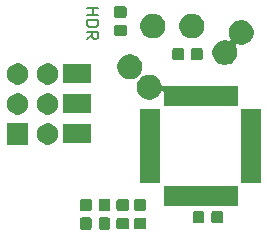
<source format=gbr>
G04 #@! TF.GenerationSoftware,KiCad,Pcbnew,(5.1.5)-3*
G04 #@! TF.CreationDate,2020-06-28T02:30:20+02:00*
G04 #@! TF.ProjectId,XenoGCFlex,58656e6f-4743-4466-9c65-782e6b696361,rev?*
G04 #@! TF.SameCoordinates,Original*
G04 #@! TF.FileFunction,Soldermask,Top*
G04 #@! TF.FilePolarity,Negative*
%FSLAX46Y46*%
G04 Gerber Fmt 4.6, Leading zero omitted, Abs format (unit mm)*
G04 Created by KiCad (PCBNEW (5.1.5)-3) date 2020-06-28 02:30:20*
%MOMM*%
%LPD*%
G04 APERTURE LIST*
%ADD10C,0.200000*%
%ADD11C,0.100000*%
G04 APERTURE END LIST*
D10*
X139644519Y-60709105D02*
X140644519Y-60709105D01*
X140168328Y-60709105D02*
X140168328Y-61280534D01*
X139644519Y-61280534D02*
X140644519Y-61280534D01*
X139644519Y-61756724D02*
X140644519Y-61756724D01*
X140644519Y-61994820D01*
X140596900Y-62137677D01*
X140501661Y-62232915D01*
X140406423Y-62280534D01*
X140215947Y-62328153D01*
X140073090Y-62328153D01*
X139882614Y-62280534D01*
X139787376Y-62232915D01*
X139692138Y-62137677D01*
X139644519Y-61994820D01*
X139644519Y-61756724D01*
X139644519Y-63328153D02*
X140120709Y-62994820D01*
X139644519Y-62756724D02*
X140644519Y-62756724D01*
X140644519Y-63137677D01*
X140596900Y-63232915D01*
X140549280Y-63280534D01*
X140454042Y-63328153D01*
X140311185Y-63328153D01*
X140215947Y-63280534D01*
X140168328Y-63232915D01*
X140120709Y-63137677D01*
X140120709Y-62756724D01*
D11*
G36*
X141502591Y-78436585D02*
G01*
X141536569Y-78446893D01*
X141567890Y-78463634D01*
X141595339Y-78486161D01*
X141617866Y-78513610D01*
X141634607Y-78544931D01*
X141644915Y-78578909D01*
X141649000Y-78620390D01*
X141649000Y-79296610D01*
X141644915Y-79338091D01*
X141634607Y-79372069D01*
X141617866Y-79403390D01*
X141595339Y-79430839D01*
X141567890Y-79453366D01*
X141536569Y-79470107D01*
X141502591Y-79480415D01*
X141461110Y-79484500D01*
X140859890Y-79484500D01*
X140818409Y-79480415D01*
X140784431Y-79470107D01*
X140753110Y-79453366D01*
X140725661Y-79430839D01*
X140703134Y-79403390D01*
X140686393Y-79372069D01*
X140676085Y-79338091D01*
X140672000Y-79296610D01*
X140672000Y-78620390D01*
X140676085Y-78578909D01*
X140686393Y-78544931D01*
X140703134Y-78513610D01*
X140725661Y-78486161D01*
X140753110Y-78463634D01*
X140784431Y-78446893D01*
X140818409Y-78436585D01*
X140859890Y-78432500D01*
X141461110Y-78432500D01*
X141502591Y-78436585D01*
G37*
G36*
X139927591Y-78436585D02*
G01*
X139961569Y-78446893D01*
X139992890Y-78463634D01*
X140020339Y-78486161D01*
X140042866Y-78513610D01*
X140059607Y-78544931D01*
X140069915Y-78578909D01*
X140074000Y-78620390D01*
X140074000Y-79296610D01*
X140069915Y-79338091D01*
X140059607Y-79372069D01*
X140042866Y-79403390D01*
X140020339Y-79430839D01*
X139992890Y-79453366D01*
X139961569Y-79470107D01*
X139927591Y-79480415D01*
X139886110Y-79484500D01*
X139284890Y-79484500D01*
X139243409Y-79480415D01*
X139209431Y-79470107D01*
X139178110Y-79453366D01*
X139150661Y-79430839D01*
X139128134Y-79403390D01*
X139111393Y-79372069D01*
X139101085Y-79338091D01*
X139097000Y-79296610D01*
X139097000Y-78620390D01*
X139101085Y-78578909D01*
X139111393Y-78544931D01*
X139128134Y-78513610D01*
X139150661Y-78486161D01*
X139178110Y-78463634D01*
X139209431Y-78446893D01*
X139243409Y-78436585D01*
X139284890Y-78432500D01*
X139886110Y-78432500D01*
X139927591Y-78436585D01*
G37*
G36*
X144565591Y-78474085D02*
G01*
X144599569Y-78484393D01*
X144630890Y-78501134D01*
X144658339Y-78523661D01*
X144680866Y-78551110D01*
X144697607Y-78582431D01*
X144707915Y-78616409D01*
X144712000Y-78657890D01*
X144712000Y-79259110D01*
X144707915Y-79300591D01*
X144697607Y-79334569D01*
X144680866Y-79365890D01*
X144658339Y-79393339D01*
X144630890Y-79415866D01*
X144599569Y-79432607D01*
X144565591Y-79442915D01*
X144524110Y-79447000D01*
X143847890Y-79447000D01*
X143806409Y-79442915D01*
X143772431Y-79432607D01*
X143741110Y-79415866D01*
X143713661Y-79393339D01*
X143691134Y-79365890D01*
X143674393Y-79334569D01*
X143664085Y-79300591D01*
X143660000Y-79259110D01*
X143660000Y-78657890D01*
X143664085Y-78616409D01*
X143674393Y-78582431D01*
X143691134Y-78551110D01*
X143713661Y-78523661D01*
X143741110Y-78501134D01*
X143772431Y-78484393D01*
X143806409Y-78474085D01*
X143847890Y-78470000D01*
X144524110Y-78470000D01*
X144565591Y-78474085D01*
G37*
G36*
X143081591Y-78474085D02*
G01*
X143115569Y-78484393D01*
X143146890Y-78501134D01*
X143174339Y-78523661D01*
X143196866Y-78551110D01*
X143213607Y-78582431D01*
X143223915Y-78616409D01*
X143228000Y-78657890D01*
X143228000Y-79259110D01*
X143223915Y-79300591D01*
X143213607Y-79334569D01*
X143196866Y-79365890D01*
X143174339Y-79393339D01*
X143146890Y-79415866D01*
X143115569Y-79432607D01*
X143081591Y-79442915D01*
X143040110Y-79447000D01*
X142363890Y-79447000D01*
X142322409Y-79442915D01*
X142288431Y-79432607D01*
X142257110Y-79415866D01*
X142229661Y-79393339D01*
X142207134Y-79365890D01*
X142190393Y-79334569D01*
X142180085Y-79300591D01*
X142176000Y-79259110D01*
X142176000Y-78657890D01*
X142180085Y-78616409D01*
X142190393Y-78582431D01*
X142207134Y-78551110D01*
X142229661Y-78523661D01*
X142257110Y-78501134D01*
X142288431Y-78484393D01*
X142322409Y-78474085D01*
X142363890Y-78470000D01*
X143040110Y-78470000D01*
X143081591Y-78474085D01*
G37*
G36*
X151040591Y-77898085D02*
G01*
X151074569Y-77908393D01*
X151105890Y-77925134D01*
X151133339Y-77947661D01*
X151155866Y-77975110D01*
X151172607Y-78006431D01*
X151182915Y-78040409D01*
X151187000Y-78081890D01*
X151187000Y-78758110D01*
X151182915Y-78799591D01*
X151172607Y-78833569D01*
X151155866Y-78864890D01*
X151133339Y-78892339D01*
X151105890Y-78914866D01*
X151074569Y-78931607D01*
X151040591Y-78941915D01*
X150999110Y-78946000D01*
X150397890Y-78946000D01*
X150356409Y-78941915D01*
X150322431Y-78931607D01*
X150291110Y-78914866D01*
X150263661Y-78892339D01*
X150241134Y-78864890D01*
X150224393Y-78833569D01*
X150214085Y-78799591D01*
X150210000Y-78758110D01*
X150210000Y-78081890D01*
X150214085Y-78040409D01*
X150224393Y-78006431D01*
X150241134Y-77975110D01*
X150263661Y-77947661D01*
X150291110Y-77925134D01*
X150322431Y-77908393D01*
X150356409Y-77898085D01*
X150397890Y-77894000D01*
X150999110Y-77894000D01*
X151040591Y-77898085D01*
G37*
G36*
X149465591Y-77898085D02*
G01*
X149499569Y-77908393D01*
X149530890Y-77925134D01*
X149558339Y-77947661D01*
X149580866Y-77975110D01*
X149597607Y-78006431D01*
X149607915Y-78040409D01*
X149612000Y-78081890D01*
X149612000Y-78758110D01*
X149607915Y-78799591D01*
X149597607Y-78833569D01*
X149580866Y-78864890D01*
X149558339Y-78892339D01*
X149530890Y-78914866D01*
X149499569Y-78931607D01*
X149465591Y-78941915D01*
X149424110Y-78946000D01*
X148822890Y-78946000D01*
X148781409Y-78941915D01*
X148747431Y-78931607D01*
X148716110Y-78914866D01*
X148688661Y-78892339D01*
X148666134Y-78864890D01*
X148649393Y-78833569D01*
X148639085Y-78799591D01*
X148635000Y-78758110D01*
X148635000Y-78081890D01*
X148639085Y-78040409D01*
X148649393Y-78006431D01*
X148666134Y-77975110D01*
X148688661Y-77947661D01*
X148716110Y-77925134D01*
X148747431Y-77908393D01*
X148781409Y-77898085D01*
X148822890Y-77894000D01*
X149424110Y-77894000D01*
X149465591Y-77898085D01*
G37*
G36*
X141502591Y-76861585D02*
G01*
X141536569Y-76871893D01*
X141567890Y-76888634D01*
X141595339Y-76911161D01*
X141617866Y-76938610D01*
X141634607Y-76969931D01*
X141644915Y-77003909D01*
X141649000Y-77045390D01*
X141649000Y-77721610D01*
X141644915Y-77763091D01*
X141634607Y-77797069D01*
X141617866Y-77828390D01*
X141595339Y-77855839D01*
X141567890Y-77878366D01*
X141536569Y-77895107D01*
X141502591Y-77905415D01*
X141461110Y-77909500D01*
X140859890Y-77909500D01*
X140818409Y-77905415D01*
X140784431Y-77895107D01*
X140753110Y-77878366D01*
X140725661Y-77855839D01*
X140703134Y-77828390D01*
X140686393Y-77797069D01*
X140676085Y-77763091D01*
X140672000Y-77721610D01*
X140672000Y-77045390D01*
X140676085Y-77003909D01*
X140686393Y-76969931D01*
X140703134Y-76938610D01*
X140725661Y-76911161D01*
X140753110Y-76888634D01*
X140784431Y-76871893D01*
X140818409Y-76861585D01*
X140859890Y-76857500D01*
X141461110Y-76857500D01*
X141502591Y-76861585D01*
G37*
G36*
X139927591Y-76861585D02*
G01*
X139961569Y-76871893D01*
X139992890Y-76888634D01*
X140020339Y-76911161D01*
X140042866Y-76938610D01*
X140059607Y-76969931D01*
X140069915Y-77003909D01*
X140074000Y-77045390D01*
X140074000Y-77721610D01*
X140069915Y-77763091D01*
X140059607Y-77797069D01*
X140042866Y-77828390D01*
X140020339Y-77855839D01*
X139992890Y-77878366D01*
X139961569Y-77895107D01*
X139927591Y-77905415D01*
X139886110Y-77909500D01*
X139284890Y-77909500D01*
X139243409Y-77905415D01*
X139209431Y-77895107D01*
X139178110Y-77878366D01*
X139150661Y-77855839D01*
X139128134Y-77828390D01*
X139111393Y-77797069D01*
X139101085Y-77763091D01*
X139097000Y-77721610D01*
X139097000Y-77045390D01*
X139101085Y-77003909D01*
X139111393Y-76969931D01*
X139128134Y-76938610D01*
X139150661Y-76911161D01*
X139178110Y-76888634D01*
X139209431Y-76871893D01*
X139243409Y-76861585D01*
X139284890Y-76857500D01*
X139886110Y-76857500D01*
X139927591Y-76861585D01*
G37*
G36*
X144565591Y-76899085D02*
G01*
X144599569Y-76909393D01*
X144630890Y-76926134D01*
X144658339Y-76948661D01*
X144680866Y-76976110D01*
X144697607Y-77007431D01*
X144707915Y-77041409D01*
X144712000Y-77082890D01*
X144712000Y-77684110D01*
X144707915Y-77725591D01*
X144697607Y-77759569D01*
X144680866Y-77790890D01*
X144658339Y-77818339D01*
X144630890Y-77840866D01*
X144599569Y-77857607D01*
X144565591Y-77867915D01*
X144524110Y-77872000D01*
X143847890Y-77872000D01*
X143806409Y-77867915D01*
X143772431Y-77857607D01*
X143741110Y-77840866D01*
X143713661Y-77818339D01*
X143691134Y-77790890D01*
X143674393Y-77759569D01*
X143664085Y-77725591D01*
X143660000Y-77684110D01*
X143660000Y-77082890D01*
X143664085Y-77041409D01*
X143674393Y-77007431D01*
X143691134Y-76976110D01*
X143713661Y-76948661D01*
X143741110Y-76926134D01*
X143772431Y-76909393D01*
X143806409Y-76899085D01*
X143847890Y-76895000D01*
X144524110Y-76895000D01*
X144565591Y-76899085D01*
G37*
G36*
X143081591Y-76899085D02*
G01*
X143115569Y-76909393D01*
X143146890Y-76926134D01*
X143174339Y-76948661D01*
X143196866Y-76976110D01*
X143213607Y-77007431D01*
X143223915Y-77041409D01*
X143228000Y-77082890D01*
X143228000Y-77684110D01*
X143223915Y-77725591D01*
X143213607Y-77759569D01*
X143196866Y-77790890D01*
X143174339Y-77818339D01*
X143146890Y-77840866D01*
X143115569Y-77857607D01*
X143081591Y-77867915D01*
X143040110Y-77872000D01*
X142363890Y-77872000D01*
X142322409Y-77867915D01*
X142288431Y-77857607D01*
X142257110Y-77840866D01*
X142229661Y-77818339D01*
X142207134Y-77790890D01*
X142190393Y-77759569D01*
X142180085Y-77725591D01*
X142176000Y-77684110D01*
X142176000Y-77082890D01*
X142180085Y-77041409D01*
X142190393Y-77007431D01*
X142207134Y-76976110D01*
X142229661Y-76948661D01*
X142257110Y-76926134D01*
X142288431Y-76909393D01*
X142322409Y-76899085D01*
X142363890Y-76895000D01*
X143040110Y-76895000D01*
X143081591Y-76899085D01*
G37*
G36*
X152427000Y-77498000D02*
G01*
X146175000Y-77498000D01*
X146175000Y-75796000D01*
X152427000Y-75796000D01*
X152427000Y-77498000D01*
G37*
G36*
X154402000Y-75523000D02*
G01*
X152700000Y-75523000D01*
X152700000Y-69271000D01*
X154402000Y-69271000D01*
X154402000Y-75523000D01*
G37*
G36*
X145902000Y-75523000D02*
G01*
X144200000Y-75523000D01*
X144200000Y-69271000D01*
X145902000Y-69271000D01*
X145902000Y-75523000D01*
G37*
G36*
X136461512Y-70473927D02*
G01*
X136610812Y-70503624D01*
X136774784Y-70571544D01*
X136922354Y-70670147D01*
X137047853Y-70795646D01*
X137146456Y-70943216D01*
X137214376Y-71107188D01*
X137249000Y-71281259D01*
X137249000Y-71458741D01*
X137214376Y-71632812D01*
X137146456Y-71796784D01*
X137047853Y-71944354D01*
X136922354Y-72069853D01*
X136774784Y-72168456D01*
X136610812Y-72236376D01*
X136461512Y-72266073D01*
X136436742Y-72271000D01*
X136259258Y-72271000D01*
X136234488Y-72266073D01*
X136085188Y-72236376D01*
X135921216Y-72168456D01*
X135773646Y-72069853D01*
X135648147Y-71944354D01*
X135549544Y-71796784D01*
X135481624Y-71632812D01*
X135447000Y-71458741D01*
X135447000Y-71281259D01*
X135481624Y-71107188D01*
X135549544Y-70943216D01*
X135648147Y-70795646D01*
X135773646Y-70670147D01*
X135921216Y-70571544D01*
X136085188Y-70503624D01*
X136234488Y-70473927D01*
X136259258Y-70469000D01*
X136436742Y-70469000D01*
X136461512Y-70473927D01*
G37*
G36*
X134709000Y-72271000D02*
G01*
X132907000Y-72271000D01*
X132907000Y-70469000D01*
X134709000Y-70469000D01*
X134709000Y-72271000D01*
G37*
G36*
X140058000Y-72171000D02*
G01*
X137656000Y-72171000D01*
X137656000Y-70569000D01*
X140058000Y-70569000D01*
X140058000Y-72171000D01*
G37*
G36*
X133921512Y-67933927D02*
G01*
X134070812Y-67963624D01*
X134234784Y-68031544D01*
X134382354Y-68130147D01*
X134507853Y-68255646D01*
X134606456Y-68403216D01*
X134674376Y-68567188D01*
X134709000Y-68741259D01*
X134709000Y-68918741D01*
X134674376Y-69092812D01*
X134606456Y-69256784D01*
X134507853Y-69404354D01*
X134382354Y-69529853D01*
X134234784Y-69628456D01*
X134070812Y-69696376D01*
X133921512Y-69726073D01*
X133896742Y-69731000D01*
X133719258Y-69731000D01*
X133694488Y-69726073D01*
X133545188Y-69696376D01*
X133381216Y-69628456D01*
X133233646Y-69529853D01*
X133108147Y-69404354D01*
X133009544Y-69256784D01*
X132941624Y-69092812D01*
X132907000Y-68918741D01*
X132907000Y-68741259D01*
X132941624Y-68567188D01*
X133009544Y-68403216D01*
X133108147Y-68255646D01*
X133233646Y-68130147D01*
X133381216Y-68031544D01*
X133545188Y-67963624D01*
X133694488Y-67933927D01*
X133719258Y-67929000D01*
X133896742Y-67929000D01*
X133921512Y-67933927D01*
G37*
G36*
X136461512Y-67933927D02*
G01*
X136610812Y-67963624D01*
X136774784Y-68031544D01*
X136922354Y-68130147D01*
X137047853Y-68255646D01*
X137146456Y-68403216D01*
X137214376Y-68567188D01*
X137249000Y-68741259D01*
X137249000Y-68918741D01*
X137214376Y-69092812D01*
X137146456Y-69256784D01*
X137047853Y-69404354D01*
X136922354Y-69529853D01*
X136774784Y-69628456D01*
X136610812Y-69696376D01*
X136461512Y-69726073D01*
X136436742Y-69731000D01*
X136259258Y-69731000D01*
X136234488Y-69726073D01*
X136085188Y-69696376D01*
X135921216Y-69628456D01*
X135773646Y-69529853D01*
X135648147Y-69404354D01*
X135549544Y-69256784D01*
X135481624Y-69092812D01*
X135447000Y-68918741D01*
X135447000Y-68741259D01*
X135481624Y-68567188D01*
X135549544Y-68403216D01*
X135648147Y-68255646D01*
X135773646Y-68130147D01*
X135921216Y-68031544D01*
X136085188Y-67963624D01*
X136234488Y-67933927D01*
X136259258Y-67929000D01*
X136436742Y-67929000D01*
X136461512Y-67933927D01*
G37*
G36*
X140058000Y-69631000D02*
G01*
X137656000Y-69631000D01*
X137656000Y-68029000D01*
X140058000Y-68029000D01*
X140058000Y-69631000D01*
G37*
G36*
X145260564Y-66395389D02*
G01*
X145451833Y-66474615D01*
X145451835Y-66474616D01*
X145623973Y-66589635D01*
X145770365Y-66736027D01*
X145856110Y-66864353D01*
X145885385Y-66908167D01*
X145964611Y-67099436D01*
X145983697Y-67195387D01*
X145990810Y-67218836D01*
X146002361Y-67240447D01*
X146017906Y-67259389D01*
X146036848Y-67274934D01*
X146058459Y-67286485D01*
X146081908Y-67293598D01*
X146106294Y-67296000D01*
X152427000Y-67296000D01*
X152427000Y-68998000D01*
X146175000Y-68998000D01*
X146175000Y-67833053D01*
X146172598Y-67808667D01*
X146165485Y-67785218D01*
X146153934Y-67763607D01*
X146138389Y-67744665D01*
X146119447Y-67729120D01*
X146097836Y-67717569D01*
X146074387Y-67710456D01*
X146050001Y-67708054D01*
X146025615Y-67710456D01*
X146002166Y-67717569D01*
X145980555Y-67729120D01*
X145961613Y-67744665D01*
X145946068Y-67763607D01*
X145934517Y-67785218D01*
X145924804Y-67808667D01*
X145885384Y-67903835D01*
X145770365Y-68075973D01*
X145623973Y-68222365D01*
X145451835Y-68337384D01*
X145451834Y-68337385D01*
X145451833Y-68337385D01*
X145260564Y-68416611D01*
X145057516Y-68457000D01*
X144850484Y-68457000D01*
X144647436Y-68416611D01*
X144456167Y-68337385D01*
X144456166Y-68337385D01*
X144456165Y-68337384D01*
X144284027Y-68222365D01*
X144137635Y-68075973D01*
X144022616Y-67903835D01*
X143983196Y-67808667D01*
X143943389Y-67712564D01*
X143903000Y-67509516D01*
X143903000Y-67302484D01*
X143943389Y-67099436D01*
X144022615Y-66908167D01*
X144051891Y-66864353D01*
X144137635Y-66736027D01*
X144284027Y-66589635D01*
X144456165Y-66474616D01*
X144456167Y-66474615D01*
X144647436Y-66395389D01*
X144850484Y-66355000D01*
X145057516Y-66355000D01*
X145260564Y-66395389D01*
G37*
G36*
X133921512Y-65393927D02*
G01*
X134070812Y-65423624D01*
X134234784Y-65491544D01*
X134382354Y-65590147D01*
X134507853Y-65715646D01*
X134606456Y-65863216D01*
X134674376Y-66027188D01*
X134709000Y-66201259D01*
X134709000Y-66378741D01*
X134674376Y-66552812D01*
X134606456Y-66716784D01*
X134507853Y-66864354D01*
X134382354Y-66989853D01*
X134234784Y-67088456D01*
X134070812Y-67156376D01*
X133921512Y-67186073D01*
X133896742Y-67191000D01*
X133719258Y-67191000D01*
X133694488Y-67186073D01*
X133545188Y-67156376D01*
X133381216Y-67088456D01*
X133233646Y-66989853D01*
X133108147Y-66864354D01*
X133009544Y-66716784D01*
X132941624Y-66552812D01*
X132907000Y-66378741D01*
X132907000Y-66201259D01*
X132941624Y-66027188D01*
X133009544Y-65863216D01*
X133108147Y-65715646D01*
X133233646Y-65590147D01*
X133381216Y-65491544D01*
X133545188Y-65423624D01*
X133694488Y-65393927D01*
X133719258Y-65389000D01*
X133896742Y-65389000D01*
X133921512Y-65393927D01*
G37*
G36*
X136461512Y-65393927D02*
G01*
X136610812Y-65423624D01*
X136774784Y-65491544D01*
X136922354Y-65590147D01*
X137047853Y-65715646D01*
X137146456Y-65863216D01*
X137214376Y-66027188D01*
X137249000Y-66201259D01*
X137249000Y-66378741D01*
X137214376Y-66552812D01*
X137146456Y-66716784D01*
X137047853Y-66864354D01*
X136922354Y-66989853D01*
X136774784Y-67088456D01*
X136610812Y-67156376D01*
X136461512Y-67186073D01*
X136436742Y-67191000D01*
X136259258Y-67191000D01*
X136234488Y-67186073D01*
X136085188Y-67156376D01*
X135921216Y-67088456D01*
X135773646Y-66989853D01*
X135648147Y-66864354D01*
X135549544Y-66716784D01*
X135481624Y-66552812D01*
X135447000Y-66378741D01*
X135447000Y-66201259D01*
X135481624Y-66027188D01*
X135549544Y-65863216D01*
X135648147Y-65715646D01*
X135773646Y-65590147D01*
X135921216Y-65491544D01*
X136085188Y-65423624D01*
X136234488Y-65393927D01*
X136259258Y-65389000D01*
X136436742Y-65389000D01*
X136461512Y-65393927D01*
G37*
G36*
X140058000Y-67091000D02*
G01*
X137656000Y-67091000D01*
X137656000Y-65489000D01*
X140058000Y-65489000D01*
X140058000Y-67091000D01*
G37*
G36*
X143610564Y-64669389D02*
G01*
X143801833Y-64748615D01*
X143801835Y-64748616D01*
X143973973Y-64863635D01*
X144120365Y-65010027D01*
X144235385Y-65182167D01*
X144314611Y-65373436D01*
X144355000Y-65576484D01*
X144355000Y-65783516D01*
X144314611Y-65986564D01*
X144235385Y-66177833D01*
X144235384Y-66177835D01*
X144120365Y-66349973D01*
X143973973Y-66496365D01*
X143801835Y-66611384D01*
X143801834Y-66611385D01*
X143801833Y-66611385D01*
X143610564Y-66690611D01*
X143407516Y-66731000D01*
X143200484Y-66731000D01*
X142997436Y-66690611D01*
X142806167Y-66611385D01*
X142806166Y-66611385D01*
X142806165Y-66611384D01*
X142634027Y-66496365D01*
X142487635Y-66349973D01*
X142372616Y-66177835D01*
X142372615Y-66177833D01*
X142293389Y-65986564D01*
X142253000Y-65783516D01*
X142253000Y-65576484D01*
X142293389Y-65373436D01*
X142372615Y-65182167D01*
X142487635Y-65010027D01*
X142634027Y-64863635D01*
X142806165Y-64748616D01*
X142806167Y-64748615D01*
X142997436Y-64669389D01*
X143200484Y-64629000D01*
X143407516Y-64629000D01*
X143610564Y-64669389D01*
G37*
G36*
X153060564Y-61769289D02*
G01*
X153251833Y-61848515D01*
X153251835Y-61848516D01*
X153423973Y-61963535D01*
X153570365Y-62109927D01*
X153678331Y-62271509D01*
X153685385Y-62282067D01*
X153764611Y-62473336D01*
X153805000Y-62676384D01*
X153805000Y-62883416D01*
X153764611Y-63086464D01*
X153699395Y-63243910D01*
X153685384Y-63277735D01*
X153570365Y-63449873D01*
X153423973Y-63596265D01*
X153251835Y-63711284D01*
X153251834Y-63711285D01*
X153251833Y-63711285D01*
X153060564Y-63790511D01*
X152857516Y-63830900D01*
X152650484Y-63830900D01*
X152447435Y-63790511D01*
X152429130Y-63782929D01*
X152405681Y-63775816D01*
X152381295Y-63773415D01*
X152356909Y-63775817D01*
X152333460Y-63782931D01*
X152311849Y-63794482D01*
X152292908Y-63810028D01*
X152277363Y-63828970D01*
X152265812Y-63850581D01*
X152258699Y-63874030D01*
X152256298Y-63898416D01*
X152258700Y-63922802D01*
X152265814Y-63946251D01*
X152277366Y-63967862D01*
X152284384Y-63978365D01*
X152363611Y-64169636D01*
X152404000Y-64372684D01*
X152404000Y-64579716D01*
X152363611Y-64782764D01*
X152284385Y-64974033D01*
X152284384Y-64974035D01*
X152169365Y-65146173D01*
X152022973Y-65292565D01*
X151850835Y-65407584D01*
X151850834Y-65407585D01*
X151850833Y-65407585D01*
X151659564Y-65486811D01*
X151456516Y-65527200D01*
X151249484Y-65527200D01*
X151046436Y-65486811D01*
X150855167Y-65407585D01*
X150855166Y-65407585D01*
X150855165Y-65407584D01*
X150683027Y-65292565D01*
X150536635Y-65146173D01*
X150421616Y-64974035D01*
X150421615Y-64974033D01*
X150342389Y-64782764D01*
X150302000Y-64579716D01*
X150302000Y-64372684D01*
X150342389Y-64169636D01*
X150421615Y-63978367D01*
X150491331Y-63874030D01*
X150536635Y-63806227D01*
X150683027Y-63659835D01*
X150855165Y-63544816D01*
X150855167Y-63544815D01*
X151046436Y-63465589D01*
X151249484Y-63425200D01*
X151456516Y-63425200D01*
X151659565Y-63465589D01*
X151677870Y-63473171D01*
X151701319Y-63480284D01*
X151725705Y-63482685D01*
X151750091Y-63480283D01*
X151773540Y-63473169D01*
X151795151Y-63461618D01*
X151814092Y-63446072D01*
X151829637Y-63427130D01*
X151841188Y-63405519D01*
X151848301Y-63382070D01*
X151850702Y-63357684D01*
X151848300Y-63333298D01*
X151841186Y-63309849D01*
X151829634Y-63288238D01*
X151822616Y-63277735D01*
X151743389Y-63086464D01*
X151703000Y-62883416D01*
X151703000Y-62676384D01*
X151743389Y-62473336D01*
X151822615Y-62282067D01*
X151829670Y-62271509D01*
X151937635Y-62109927D01*
X152084027Y-61963535D01*
X152256165Y-61848516D01*
X152256167Y-61848515D01*
X152447436Y-61769289D01*
X152650484Y-61728900D01*
X152857516Y-61728900D01*
X153060564Y-61769289D01*
G37*
G36*
X149325591Y-64085485D02*
G01*
X149359569Y-64095793D01*
X149390890Y-64112534D01*
X149418339Y-64135061D01*
X149440866Y-64162510D01*
X149457607Y-64193831D01*
X149467915Y-64227809D01*
X149472000Y-64269290D01*
X149472000Y-64945510D01*
X149467915Y-64986991D01*
X149457607Y-65020969D01*
X149440866Y-65052290D01*
X149418339Y-65079739D01*
X149390890Y-65102266D01*
X149359569Y-65119007D01*
X149325591Y-65129315D01*
X149284110Y-65133400D01*
X148682890Y-65133400D01*
X148641409Y-65129315D01*
X148607431Y-65119007D01*
X148576110Y-65102266D01*
X148548661Y-65079739D01*
X148526134Y-65052290D01*
X148509393Y-65020969D01*
X148499085Y-64986991D01*
X148495000Y-64945510D01*
X148495000Y-64269290D01*
X148499085Y-64227809D01*
X148509393Y-64193831D01*
X148526134Y-64162510D01*
X148548661Y-64135061D01*
X148576110Y-64112534D01*
X148607431Y-64095793D01*
X148641409Y-64085485D01*
X148682890Y-64081400D01*
X149284110Y-64081400D01*
X149325591Y-64085485D01*
G37*
G36*
X147750591Y-64085485D02*
G01*
X147784569Y-64095793D01*
X147815890Y-64112534D01*
X147843339Y-64135061D01*
X147865866Y-64162510D01*
X147882607Y-64193831D01*
X147892915Y-64227809D01*
X147897000Y-64269290D01*
X147897000Y-64945510D01*
X147892915Y-64986991D01*
X147882607Y-65020969D01*
X147865866Y-65052290D01*
X147843339Y-65079739D01*
X147815890Y-65102266D01*
X147784569Y-65119007D01*
X147750591Y-65129315D01*
X147709110Y-65133400D01*
X147107890Y-65133400D01*
X147066409Y-65129315D01*
X147032431Y-65119007D01*
X147001110Y-65102266D01*
X146973661Y-65079739D01*
X146951134Y-65052290D01*
X146934393Y-65020969D01*
X146924085Y-64986991D01*
X146920000Y-64945510D01*
X146920000Y-64269290D01*
X146924085Y-64227809D01*
X146934393Y-64193831D01*
X146951134Y-64162510D01*
X146973661Y-64135061D01*
X147001110Y-64112534D01*
X147032431Y-64095793D01*
X147066409Y-64085485D01*
X147107890Y-64081400D01*
X147709110Y-64081400D01*
X147750591Y-64085485D01*
G37*
G36*
X148861564Y-61222689D02*
G01*
X149052833Y-61301915D01*
X149052835Y-61301916D01*
X149095615Y-61330501D01*
X149224973Y-61416935D01*
X149371365Y-61563327D01*
X149486385Y-61735467D01*
X149565611Y-61926736D01*
X149606000Y-62129784D01*
X149606000Y-62336816D01*
X149565611Y-62539864D01*
X149509062Y-62676386D01*
X149486384Y-62731135D01*
X149371365Y-62903273D01*
X149224973Y-63049665D01*
X149052835Y-63164684D01*
X149052834Y-63164685D01*
X149052833Y-63164685D01*
X148861564Y-63243911D01*
X148658516Y-63284300D01*
X148451484Y-63284300D01*
X148248436Y-63243911D01*
X148057167Y-63164685D01*
X148057166Y-63164685D01*
X148057165Y-63164684D01*
X147885027Y-63049665D01*
X147738635Y-62903273D01*
X147623616Y-62731135D01*
X147600938Y-62676386D01*
X147544389Y-62539864D01*
X147504000Y-62336816D01*
X147504000Y-62129784D01*
X147544389Y-61926736D01*
X147623615Y-61735467D01*
X147738635Y-61563327D01*
X147885027Y-61416935D01*
X148014385Y-61330501D01*
X148057165Y-61301916D01*
X148057167Y-61301915D01*
X148248436Y-61222689D01*
X148451484Y-61182300D01*
X148658516Y-61182300D01*
X148861564Y-61222689D01*
G37*
G36*
X145564564Y-61222689D02*
G01*
X145755833Y-61301915D01*
X145755835Y-61301916D01*
X145798615Y-61330501D01*
X145927973Y-61416935D01*
X146074365Y-61563327D01*
X146189385Y-61735467D01*
X146268611Y-61926736D01*
X146309000Y-62129784D01*
X146309000Y-62336816D01*
X146268611Y-62539864D01*
X146212062Y-62676386D01*
X146189384Y-62731135D01*
X146074365Y-62903273D01*
X145927973Y-63049665D01*
X145755835Y-63164684D01*
X145755834Y-63164685D01*
X145755833Y-63164685D01*
X145564564Y-63243911D01*
X145361516Y-63284300D01*
X145154484Y-63284300D01*
X144951436Y-63243911D01*
X144760167Y-63164685D01*
X144760166Y-63164685D01*
X144760165Y-63164684D01*
X144588027Y-63049665D01*
X144441635Y-62903273D01*
X144326616Y-62731135D01*
X144303938Y-62676386D01*
X144247389Y-62539864D01*
X144207000Y-62336816D01*
X144207000Y-62129784D01*
X144247389Y-61926736D01*
X144326615Y-61735467D01*
X144441635Y-61563327D01*
X144588027Y-61416935D01*
X144717385Y-61330501D01*
X144760165Y-61301916D01*
X144760167Y-61301915D01*
X144951436Y-61222689D01*
X145154484Y-61182300D01*
X145361516Y-61182300D01*
X145564564Y-61222689D01*
G37*
G36*
X142888591Y-62129185D02*
G01*
X142922569Y-62139493D01*
X142953890Y-62156234D01*
X142981339Y-62178761D01*
X143003866Y-62206210D01*
X143020607Y-62237531D01*
X143030915Y-62271509D01*
X143035000Y-62312990D01*
X143035000Y-62914210D01*
X143030915Y-62955691D01*
X143020607Y-62989669D01*
X143003866Y-63020990D01*
X142981339Y-63048439D01*
X142953890Y-63070966D01*
X142922569Y-63087707D01*
X142888591Y-63098015D01*
X142847110Y-63102100D01*
X142170890Y-63102100D01*
X142129409Y-63098015D01*
X142095431Y-63087707D01*
X142064110Y-63070966D01*
X142036661Y-63048439D01*
X142014134Y-63020990D01*
X141997393Y-62989669D01*
X141987085Y-62955691D01*
X141983000Y-62914210D01*
X141983000Y-62312990D01*
X141987085Y-62271509D01*
X141997393Y-62237531D01*
X142014134Y-62206210D01*
X142036661Y-62178761D01*
X142064110Y-62156234D01*
X142095431Y-62139493D01*
X142129409Y-62129185D01*
X142170890Y-62125100D01*
X142847110Y-62125100D01*
X142888591Y-62129185D01*
G37*
G36*
X142888591Y-60554185D02*
G01*
X142922569Y-60564493D01*
X142953890Y-60581234D01*
X142981339Y-60603761D01*
X143003866Y-60631210D01*
X143020607Y-60662531D01*
X143030915Y-60696509D01*
X143035000Y-60737990D01*
X143035000Y-61339210D01*
X143030915Y-61380691D01*
X143020607Y-61414669D01*
X143003866Y-61445990D01*
X142981339Y-61473439D01*
X142953890Y-61495966D01*
X142922569Y-61512707D01*
X142888591Y-61523015D01*
X142847110Y-61527100D01*
X142170890Y-61527100D01*
X142129409Y-61523015D01*
X142095431Y-61512707D01*
X142064110Y-61495966D01*
X142036661Y-61473439D01*
X142014134Y-61445990D01*
X141997393Y-61414669D01*
X141987085Y-61380691D01*
X141983000Y-61339210D01*
X141983000Y-60737990D01*
X141987085Y-60696509D01*
X141997393Y-60662531D01*
X142014134Y-60631210D01*
X142036661Y-60603761D01*
X142064110Y-60581234D01*
X142095431Y-60564493D01*
X142129409Y-60554185D01*
X142170890Y-60550100D01*
X142847110Y-60550100D01*
X142888591Y-60554185D01*
G37*
M02*

</source>
